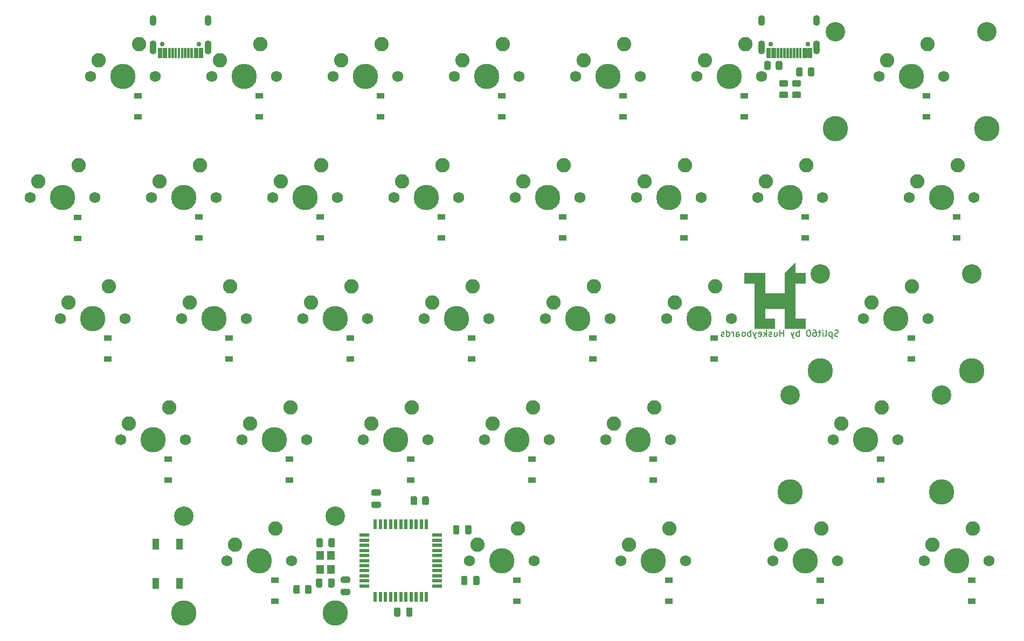
<source format=gbr>
%TF.GenerationSoftware,KiCad,Pcbnew,(5.1.10-1-10_14)*%
%TF.CreationDate,2022-06-17T19:42:32+09:00*%
%TF.ProjectId,pcb-right,7063622d-7269-4676-9874-2e6b69636164,rev?*%
%TF.SameCoordinates,Original*%
%TF.FileFunction,Soldermask,Bot*%
%TF.FilePolarity,Negative*%
%FSLAX46Y46*%
G04 Gerber Fmt 4.6, Leading zero omitted, Abs format (unit mm)*
G04 Created by KiCad (PCBNEW (5.1.10-1-10_14)) date 2022-06-17 19:42:32*
%MOMM*%
%LPD*%
G01*
G04 APERTURE LIST*
%ADD10C,0.150000*%
%ADD11C,0.100000*%
%ADD12C,2.250000*%
%ADD13C,3.987800*%
%ADD14C,1.750000*%
%ADD15C,3.048000*%
%ADD16R,1.200000X1.400000*%
%ADD17C,0.750000*%
%ADD18O,1.100000X2.200000*%
%ADD19O,1.100000X1.700000*%
%ADD20R,1.500000X0.550000*%
%ADD21R,0.550000X1.500000*%
%ADD22R,1.100000X1.800000*%
%ADD23R,1.200000X0.900000*%
G04 APERTURE END LIST*
D10*
X149684226Y-67079761D02*
X149541369Y-67127380D01*
X149303273Y-67127380D01*
X149208035Y-67079761D01*
X149160416Y-67032142D01*
X149112797Y-66936904D01*
X149112797Y-66841666D01*
X149160416Y-66746428D01*
X149208035Y-66698809D01*
X149303273Y-66651190D01*
X149493750Y-66603571D01*
X149588988Y-66555952D01*
X149636607Y-66508333D01*
X149684226Y-66413095D01*
X149684226Y-66317857D01*
X149636607Y-66222619D01*
X149588988Y-66175000D01*
X149493750Y-66127380D01*
X149255654Y-66127380D01*
X149112797Y-66175000D01*
X148684226Y-66460714D02*
X148684226Y-67460714D01*
X148684226Y-66508333D02*
X148588988Y-66460714D01*
X148398511Y-66460714D01*
X148303273Y-66508333D01*
X148255654Y-66555952D01*
X148208035Y-66651190D01*
X148208035Y-66936904D01*
X148255654Y-67032142D01*
X148303273Y-67079761D01*
X148398511Y-67127380D01*
X148588988Y-67127380D01*
X148684226Y-67079761D01*
X147636607Y-67127380D02*
X147731845Y-67079761D01*
X147779464Y-66984523D01*
X147779464Y-66127380D01*
X147255654Y-67127380D02*
X147255654Y-66460714D01*
X147255654Y-66127380D02*
X147303273Y-66175000D01*
X147255654Y-66222619D01*
X147208035Y-66175000D01*
X147255654Y-66127380D01*
X147255654Y-66222619D01*
X146922321Y-66460714D02*
X146541369Y-66460714D01*
X146779464Y-66127380D02*
X146779464Y-66984523D01*
X146731845Y-67079761D01*
X146636607Y-67127380D01*
X146541369Y-67127380D01*
X145779464Y-66127380D02*
X145969940Y-66127380D01*
X146065178Y-66175000D01*
X146112797Y-66222619D01*
X146208035Y-66365476D01*
X146255654Y-66555952D01*
X146255654Y-66936904D01*
X146208035Y-67032142D01*
X146160416Y-67079761D01*
X146065178Y-67127380D01*
X145874702Y-67127380D01*
X145779464Y-67079761D01*
X145731845Y-67032142D01*
X145684226Y-66936904D01*
X145684226Y-66698809D01*
X145731845Y-66603571D01*
X145779464Y-66555952D01*
X145874702Y-66508333D01*
X146065178Y-66508333D01*
X146160416Y-66555952D01*
X146208035Y-66603571D01*
X146255654Y-66698809D01*
X145065178Y-66127380D02*
X144969940Y-66127380D01*
X144874702Y-66175000D01*
X144827083Y-66222619D01*
X144779464Y-66317857D01*
X144731845Y-66508333D01*
X144731845Y-66746428D01*
X144779464Y-66936904D01*
X144827083Y-67032142D01*
X144874702Y-67079761D01*
X144969940Y-67127380D01*
X145065178Y-67127380D01*
X145160416Y-67079761D01*
X145208035Y-67032142D01*
X145255654Y-66936904D01*
X145303273Y-66746428D01*
X145303273Y-66508333D01*
X145255654Y-66317857D01*
X145208035Y-66222619D01*
X145160416Y-66175000D01*
X145065178Y-66127380D01*
X143541369Y-67127380D02*
X143541369Y-66127380D01*
X143541369Y-66508333D02*
X143446130Y-66460714D01*
X143255654Y-66460714D01*
X143160416Y-66508333D01*
X143112797Y-66555952D01*
X143065178Y-66651190D01*
X143065178Y-66936904D01*
X143112797Y-67032142D01*
X143160416Y-67079761D01*
X143255654Y-67127380D01*
X143446130Y-67127380D01*
X143541369Y-67079761D01*
X142731845Y-66460714D02*
X142493750Y-67127380D01*
X142255654Y-66460714D02*
X142493750Y-67127380D01*
X142588988Y-67365476D01*
X142636607Y-67413095D01*
X142731845Y-67460714D01*
X141112797Y-67127380D02*
X141112797Y-66127380D01*
X141112797Y-66603571D02*
X140541369Y-66603571D01*
X140541369Y-67127380D02*
X140541369Y-66127380D01*
X139636607Y-66460714D02*
X139636607Y-67127380D01*
X140065178Y-66460714D02*
X140065178Y-66984523D01*
X140017559Y-67079761D01*
X139922321Y-67127380D01*
X139779464Y-67127380D01*
X139684226Y-67079761D01*
X139636607Y-67032142D01*
X139208035Y-67079761D02*
X139112797Y-67127380D01*
X138922321Y-67127380D01*
X138827083Y-67079761D01*
X138779464Y-66984523D01*
X138779464Y-66936904D01*
X138827083Y-66841666D01*
X138922321Y-66794047D01*
X139065178Y-66794047D01*
X139160416Y-66746428D01*
X139208035Y-66651190D01*
X139208035Y-66603571D01*
X139160416Y-66508333D01*
X139065178Y-66460714D01*
X138922321Y-66460714D01*
X138827083Y-66508333D01*
X138350892Y-67127380D02*
X138350892Y-66127380D01*
X138255654Y-66746428D02*
X137969940Y-67127380D01*
X137969940Y-66460714D02*
X138350892Y-66841666D01*
X137160416Y-67079761D02*
X137255654Y-67127380D01*
X137446130Y-67127380D01*
X137541369Y-67079761D01*
X137588988Y-66984523D01*
X137588988Y-66603571D01*
X137541369Y-66508333D01*
X137446130Y-66460714D01*
X137255654Y-66460714D01*
X137160416Y-66508333D01*
X137112797Y-66603571D01*
X137112797Y-66698809D01*
X137588988Y-66794047D01*
X136779464Y-66460714D02*
X136541369Y-67127380D01*
X136303273Y-66460714D02*
X136541369Y-67127380D01*
X136636607Y-67365476D01*
X136684226Y-67413095D01*
X136779464Y-67460714D01*
X135922321Y-67127380D02*
X135922321Y-66127380D01*
X135922321Y-66508333D02*
X135827083Y-66460714D01*
X135636607Y-66460714D01*
X135541369Y-66508333D01*
X135493750Y-66555952D01*
X135446130Y-66651190D01*
X135446130Y-66936904D01*
X135493750Y-67032142D01*
X135541369Y-67079761D01*
X135636607Y-67127380D01*
X135827083Y-67127380D01*
X135922321Y-67079761D01*
X134874702Y-67127380D02*
X134969940Y-67079761D01*
X135017559Y-67032142D01*
X135065178Y-66936904D01*
X135065178Y-66651190D01*
X135017559Y-66555952D01*
X134969940Y-66508333D01*
X134874702Y-66460714D01*
X134731845Y-66460714D01*
X134636607Y-66508333D01*
X134588988Y-66555952D01*
X134541369Y-66651190D01*
X134541369Y-66936904D01*
X134588988Y-67032142D01*
X134636607Y-67079761D01*
X134731845Y-67127380D01*
X134874702Y-67127380D01*
X133684226Y-67127380D02*
X133684226Y-66603571D01*
X133731845Y-66508333D01*
X133827083Y-66460714D01*
X134017559Y-66460714D01*
X134112797Y-66508333D01*
X133684226Y-67079761D02*
X133779464Y-67127380D01*
X134017559Y-67127380D01*
X134112797Y-67079761D01*
X134160416Y-66984523D01*
X134160416Y-66889285D01*
X134112797Y-66794047D01*
X134017559Y-66746428D01*
X133779464Y-66746428D01*
X133684226Y-66698809D01*
X133208035Y-67127380D02*
X133208035Y-66460714D01*
X133208035Y-66651190D02*
X133160416Y-66555952D01*
X133112797Y-66508333D01*
X133017559Y-66460714D01*
X132922321Y-66460714D01*
X132160416Y-67127380D02*
X132160416Y-66127380D01*
X132160416Y-67079761D02*
X132255654Y-67127380D01*
X132446130Y-67127380D01*
X132541369Y-67079761D01*
X132588988Y-67032142D01*
X132636607Y-66936904D01*
X132636607Y-66651190D01*
X132588988Y-66555952D01*
X132541369Y-66508333D01*
X132446130Y-66460714D01*
X132255654Y-66460714D01*
X132160416Y-66508333D01*
X131731845Y-67079761D02*
X131636607Y-67127380D01*
X131446130Y-67127380D01*
X131350892Y-67079761D01*
X131303273Y-66984523D01*
X131303273Y-66936904D01*
X131350892Y-66841666D01*
X131446130Y-66794047D01*
X131588988Y-66794047D01*
X131684226Y-66746428D01*
X131731845Y-66651190D01*
X131731845Y-66603571D01*
X131684226Y-66508333D01*
X131588988Y-66460714D01*
X131446130Y-66460714D01*
X131350892Y-66508333D01*
D11*
G36*
X142875000Y-57150000D02*
G01*
X144462500Y-57150000D01*
X144462500Y-58737500D01*
X142875000Y-58737500D01*
X142875000Y-64293750D01*
X144462500Y-64293750D01*
X144462500Y-65881250D01*
X141287500Y-65881250D01*
X141287500Y-62706250D01*
X138112500Y-62706250D01*
X138112500Y-64293750D01*
X139700000Y-64293750D01*
X139700000Y-65881250D01*
X136525000Y-65881250D01*
X136525000Y-58737500D01*
X134937500Y-58737500D01*
X134937500Y-57150000D01*
X138112500Y-57150000D01*
X138112500Y-60325000D01*
X141287500Y-60325000D01*
X141287500Y-57150000D01*
X142875000Y-55562500D01*
X142875000Y-57150000D01*
G37*
X142875000Y-57150000D02*
X144462500Y-57150000D01*
X144462500Y-58737500D01*
X142875000Y-58737500D01*
X142875000Y-64293750D01*
X144462500Y-64293750D01*
X144462500Y-65881250D01*
X141287500Y-65881250D01*
X141287500Y-62706250D01*
X138112500Y-62706250D01*
X138112500Y-64293750D01*
X139700000Y-64293750D01*
X139700000Y-65881250D01*
X136525000Y-65881250D01*
X136525000Y-58737500D01*
X134937500Y-58737500D01*
X134937500Y-57150000D01*
X138112500Y-57150000D01*
X138112500Y-60325000D01*
X141287500Y-60325000D01*
X141287500Y-57150000D01*
X142875000Y-55562500D01*
X142875000Y-57150000D01*
D12*
%TO.C,MX25*%
X123190000Y-97313750D03*
D13*
X120650000Y-102393750D03*
D12*
X116840000Y-99853750D03*
D14*
X115570000Y-102393750D03*
X125730000Y-102393750D03*
%TD*%
D12*
%TO.C,MX23*%
X130333750Y-59213750D03*
D13*
X127793750Y-64293750D03*
D12*
X123983750Y-61753750D03*
D14*
X122713750Y-64293750D03*
X132873750Y-64293750D03*
%TD*%
%TO.C,C7*%
G36*
G01*
X81796000Y-110965000D02*
X81796000Y-110015000D01*
G75*
G02*
X82046000Y-109765000I250000J0D01*
G01*
X82546000Y-109765000D01*
G75*
G02*
X82796000Y-110015000I0J-250000D01*
G01*
X82796000Y-110965000D01*
G75*
G02*
X82546000Y-111215000I-250000J0D01*
G01*
X82046000Y-111215000D01*
G75*
G02*
X81796000Y-110965000I0J250000D01*
G01*
G37*
G36*
G01*
X79896000Y-110965000D02*
X79896000Y-110015000D01*
G75*
G02*
X80146000Y-109765000I250000J0D01*
G01*
X80646000Y-109765000D01*
G75*
G02*
X80896000Y-110015000I0J-250000D01*
G01*
X80896000Y-110965000D01*
G75*
G02*
X80646000Y-111215000I-250000J0D01*
G01*
X80146000Y-111215000D01*
G75*
G02*
X79896000Y-110965000I0J250000D01*
G01*
G37*
%TD*%
%TO.C,R8*%
G36*
G01*
X83523500Y-92513999D02*
X83523500Y-93414001D01*
G75*
G02*
X83273501Y-93664000I-249999J0D01*
G01*
X82748499Y-93664000D01*
G75*
G02*
X82498500Y-93414001I0J249999D01*
G01*
X82498500Y-92513999D01*
G75*
G02*
X82748499Y-92264000I249999J0D01*
G01*
X83273501Y-92264000D01*
G75*
G02*
X83523500Y-92513999I0J-249999D01*
G01*
G37*
G36*
G01*
X85348500Y-92513999D02*
X85348500Y-93414001D01*
G75*
G02*
X85098501Y-93664000I-249999J0D01*
G01*
X84573499Y-93664000D01*
G75*
G02*
X84323500Y-93414001I0J249999D01*
G01*
X84323500Y-92513999D01*
G75*
G02*
X84573499Y-92264000I249999J0D01*
G01*
X85098501Y-92264000D01*
G75*
G02*
X85348500Y-92513999I0J-249999D01*
G01*
G37*
%TD*%
D12*
%TO.C,MX32*%
X156527500Y-78263750D03*
D13*
X153987500Y-83343750D03*
D12*
X150177500Y-80803750D03*
D14*
X148907500Y-83343750D03*
X159067500Y-83343750D03*
D15*
X142081250Y-76358750D03*
X165893750Y-76358750D03*
D13*
X142081250Y-91598750D03*
X165893750Y-91598750D03*
%TD*%
D12*
%TO.C,MX33*%
X170815000Y-97313750D03*
D13*
X168275000Y-102393750D03*
D12*
X164465000Y-99853750D03*
D14*
X163195000Y-102393750D03*
X173355000Y-102393750D03*
%TD*%
D12*
%TO.C,MX28*%
X147002500Y-97313750D03*
D13*
X144462500Y-102393750D03*
D12*
X140652500Y-99853750D03*
D14*
X139382500Y-102393750D03*
X149542500Y-102393750D03*
%TD*%
D12*
%TO.C,MX20*%
X99377500Y-97313750D03*
D13*
X96837500Y-102393750D03*
D12*
X93027500Y-99853750D03*
D14*
X91757500Y-102393750D03*
X101917500Y-102393750D03*
%TD*%
D16*
%TO.C,Y1*%
X68277000Y-101600000D03*
X68277000Y-103800000D03*
X69977000Y-103800000D03*
X69977000Y-101600000D03*
%TD*%
%TO.C,USB2*%
G36*
G01*
X49230000Y-23279000D02*
X49230000Y-21829000D01*
G75*
G02*
X49280000Y-21779000I50000J0D01*
G01*
X49880000Y-21779000D01*
G75*
G02*
X49930000Y-21829000I0J-50000D01*
G01*
X49930000Y-23279000D01*
G75*
G02*
X49880000Y-23329000I-50000J0D01*
G01*
X49280000Y-23329000D01*
G75*
G02*
X49230000Y-23279000I0J50000D01*
G01*
G37*
G36*
G01*
X42780000Y-23279000D02*
X42780000Y-21829000D01*
G75*
G02*
X42830000Y-21779000I50000J0D01*
G01*
X43430000Y-21779000D01*
G75*
G02*
X43480000Y-21829000I0J-50000D01*
G01*
X43480000Y-23279000D01*
G75*
G02*
X43430000Y-23329000I-50000J0D01*
G01*
X42830000Y-23329000D01*
G75*
G02*
X42780000Y-23279000I0J50000D01*
G01*
G37*
G36*
G01*
X48455000Y-23279000D02*
X48455000Y-21829000D01*
G75*
G02*
X48505000Y-21779000I50000J0D01*
G01*
X49105000Y-21779000D01*
G75*
G02*
X49155000Y-21829000I0J-50000D01*
G01*
X49155000Y-23279000D01*
G75*
G02*
X49105000Y-23329000I-50000J0D01*
G01*
X48505000Y-23329000D01*
G75*
G02*
X48455000Y-23279000I0J50000D01*
G01*
G37*
G36*
G01*
X43555000Y-23279000D02*
X43555000Y-21829000D01*
G75*
G02*
X43605000Y-21779000I50000J0D01*
G01*
X44205000Y-21779000D01*
G75*
G02*
X44255000Y-21829000I0J-50000D01*
G01*
X44255000Y-23279000D01*
G75*
G02*
X44205000Y-23329000I-50000J0D01*
G01*
X43605000Y-23329000D01*
G75*
G02*
X43555000Y-23279000I0J50000D01*
G01*
G37*
G36*
G01*
X44405000Y-23279000D02*
X44405000Y-21829000D01*
G75*
G02*
X44455000Y-21779000I50000J0D01*
G01*
X44755000Y-21779000D01*
G75*
G02*
X44805000Y-21829000I0J-50000D01*
G01*
X44805000Y-23279000D01*
G75*
G02*
X44755000Y-23329000I-50000J0D01*
G01*
X44455000Y-23329000D01*
G75*
G02*
X44405000Y-23279000I0J50000D01*
G01*
G37*
G36*
G01*
X47905000Y-23279000D02*
X47905000Y-21829000D01*
G75*
G02*
X47955000Y-21779000I50000J0D01*
G01*
X48255000Y-21779000D01*
G75*
G02*
X48305000Y-21829000I0J-50000D01*
G01*
X48305000Y-23279000D01*
G75*
G02*
X48255000Y-23329000I-50000J0D01*
G01*
X47955000Y-23329000D01*
G75*
G02*
X47905000Y-23279000I0J50000D01*
G01*
G37*
G36*
G01*
X44905000Y-23279000D02*
X44905000Y-21829000D01*
G75*
G02*
X44955000Y-21779000I50000J0D01*
G01*
X45255000Y-21779000D01*
G75*
G02*
X45305000Y-21829000I0J-50000D01*
G01*
X45305000Y-23279000D01*
G75*
G02*
X45255000Y-23329000I-50000J0D01*
G01*
X44955000Y-23329000D01*
G75*
G02*
X44905000Y-23279000I0J50000D01*
G01*
G37*
G36*
G01*
X47405000Y-23279000D02*
X47405000Y-21829000D01*
G75*
G02*
X47455000Y-21779000I50000J0D01*
G01*
X47755000Y-21779000D01*
G75*
G02*
X47805000Y-21829000I0J-50000D01*
G01*
X47805000Y-23279000D01*
G75*
G02*
X47755000Y-23329000I-50000J0D01*
G01*
X47455000Y-23329000D01*
G75*
G02*
X47405000Y-23279000I0J50000D01*
G01*
G37*
G36*
G01*
X45405000Y-23279000D02*
X45405000Y-21829000D01*
G75*
G02*
X45455000Y-21779000I50000J0D01*
G01*
X45755000Y-21779000D01*
G75*
G02*
X45805000Y-21829000I0J-50000D01*
G01*
X45805000Y-23279000D01*
G75*
G02*
X45755000Y-23329000I-50000J0D01*
G01*
X45455000Y-23329000D01*
G75*
G02*
X45405000Y-23279000I0J50000D01*
G01*
G37*
G36*
G01*
X46905000Y-23279000D02*
X46905000Y-21829000D01*
G75*
G02*
X46955000Y-21779000I50000J0D01*
G01*
X47255000Y-21779000D01*
G75*
G02*
X47305000Y-21829000I0J-50000D01*
G01*
X47305000Y-23279000D01*
G75*
G02*
X47255000Y-23329000I-50000J0D01*
G01*
X46955000Y-23329000D01*
G75*
G02*
X46905000Y-23279000I0J50000D01*
G01*
G37*
G36*
G01*
X46405000Y-23279000D02*
X46405000Y-21829000D01*
G75*
G02*
X46455000Y-21779000I50000J0D01*
G01*
X46755000Y-21779000D01*
G75*
G02*
X46805000Y-21829000I0J-50000D01*
G01*
X46805000Y-23279000D01*
G75*
G02*
X46755000Y-23329000I-50000J0D01*
G01*
X46455000Y-23329000D01*
G75*
G02*
X46405000Y-23279000I0J50000D01*
G01*
G37*
G36*
G01*
X45905000Y-23279000D02*
X45905000Y-21829000D01*
G75*
G02*
X45955000Y-21779000I50000J0D01*
G01*
X46255000Y-21779000D01*
G75*
G02*
X46305000Y-21829000I0J-50000D01*
G01*
X46305000Y-23279000D01*
G75*
G02*
X46255000Y-23329000I-50000J0D01*
G01*
X45955000Y-23329000D01*
G75*
G02*
X45905000Y-23279000I0J50000D01*
G01*
G37*
D17*
X49245000Y-21109000D03*
X43465000Y-21109000D03*
D18*
X42035000Y-21639000D03*
X50675000Y-21639000D03*
D19*
X42035000Y-17459000D03*
X50675000Y-17459000D03*
%TD*%
%TO.C,USB1*%
G36*
G01*
X144861000Y-23279000D02*
X144861000Y-21829000D01*
G75*
G02*
X144911000Y-21779000I50000J0D01*
G01*
X145511000Y-21779000D01*
G75*
G02*
X145561000Y-21829000I0J-50000D01*
G01*
X145561000Y-23279000D01*
G75*
G02*
X145511000Y-23329000I-50000J0D01*
G01*
X144911000Y-23329000D01*
G75*
G02*
X144861000Y-23279000I0J50000D01*
G01*
G37*
G36*
G01*
X138411000Y-23279000D02*
X138411000Y-21829000D01*
G75*
G02*
X138461000Y-21779000I50000J0D01*
G01*
X139061000Y-21779000D01*
G75*
G02*
X139111000Y-21829000I0J-50000D01*
G01*
X139111000Y-23279000D01*
G75*
G02*
X139061000Y-23329000I-50000J0D01*
G01*
X138461000Y-23329000D01*
G75*
G02*
X138411000Y-23279000I0J50000D01*
G01*
G37*
G36*
G01*
X144086000Y-23279000D02*
X144086000Y-21829000D01*
G75*
G02*
X144136000Y-21779000I50000J0D01*
G01*
X144736000Y-21779000D01*
G75*
G02*
X144786000Y-21829000I0J-50000D01*
G01*
X144786000Y-23279000D01*
G75*
G02*
X144736000Y-23329000I-50000J0D01*
G01*
X144136000Y-23329000D01*
G75*
G02*
X144086000Y-23279000I0J50000D01*
G01*
G37*
G36*
G01*
X139186000Y-23279000D02*
X139186000Y-21829000D01*
G75*
G02*
X139236000Y-21779000I50000J0D01*
G01*
X139836000Y-21779000D01*
G75*
G02*
X139886000Y-21829000I0J-50000D01*
G01*
X139886000Y-23279000D01*
G75*
G02*
X139836000Y-23329000I-50000J0D01*
G01*
X139236000Y-23329000D01*
G75*
G02*
X139186000Y-23279000I0J50000D01*
G01*
G37*
G36*
G01*
X140036000Y-23279000D02*
X140036000Y-21829000D01*
G75*
G02*
X140086000Y-21779000I50000J0D01*
G01*
X140386000Y-21779000D01*
G75*
G02*
X140436000Y-21829000I0J-50000D01*
G01*
X140436000Y-23279000D01*
G75*
G02*
X140386000Y-23329000I-50000J0D01*
G01*
X140086000Y-23329000D01*
G75*
G02*
X140036000Y-23279000I0J50000D01*
G01*
G37*
G36*
G01*
X143536000Y-23279000D02*
X143536000Y-21829000D01*
G75*
G02*
X143586000Y-21779000I50000J0D01*
G01*
X143886000Y-21779000D01*
G75*
G02*
X143936000Y-21829000I0J-50000D01*
G01*
X143936000Y-23279000D01*
G75*
G02*
X143886000Y-23329000I-50000J0D01*
G01*
X143586000Y-23329000D01*
G75*
G02*
X143536000Y-23279000I0J50000D01*
G01*
G37*
G36*
G01*
X140536000Y-23279000D02*
X140536000Y-21829000D01*
G75*
G02*
X140586000Y-21779000I50000J0D01*
G01*
X140886000Y-21779000D01*
G75*
G02*
X140936000Y-21829000I0J-50000D01*
G01*
X140936000Y-23279000D01*
G75*
G02*
X140886000Y-23329000I-50000J0D01*
G01*
X140586000Y-23329000D01*
G75*
G02*
X140536000Y-23279000I0J50000D01*
G01*
G37*
G36*
G01*
X143036000Y-23279000D02*
X143036000Y-21829000D01*
G75*
G02*
X143086000Y-21779000I50000J0D01*
G01*
X143386000Y-21779000D01*
G75*
G02*
X143436000Y-21829000I0J-50000D01*
G01*
X143436000Y-23279000D01*
G75*
G02*
X143386000Y-23329000I-50000J0D01*
G01*
X143086000Y-23329000D01*
G75*
G02*
X143036000Y-23279000I0J50000D01*
G01*
G37*
G36*
G01*
X141036000Y-23279000D02*
X141036000Y-21829000D01*
G75*
G02*
X141086000Y-21779000I50000J0D01*
G01*
X141386000Y-21779000D01*
G75*
G02*
X141436000Y-21829000I0J-50000D01*
G01*
X141436000Y-23279000D01*
G75*
G02*
X141386000Y-23329000I-50000J0D01*
G01*
X141086000Y-23329000D01*
G75*
G02*
X141036000Y-23279000I0J50000D01*
G01*
G37*
G36*
G01*
X142536000Y-23279000D02*
X142536000Y-21829000D01*
G75*
G02*
X142586000Y-21779000I50000J0D01*
G01*
X142886000Y-21779000D01*
G75*
G02*
X142936000Y-21829000I0J-50000D01*
G01*
X142936000Y-23279000D01*
G75*
G02*
X142886000Y-23329000I-50000J0D01*
G01*
X142586000Y-23329000D01*
G75*
G02*
X142536000Y-23279000I0J50000D01*
G01*
G37*
G36*
G01*
X142036000Y-23279000D02*
X142036000Y-21829000D01*
G75*
G02*
X142086000Y-21779000I50000J0D01*
G01*
X142386000Y-21779000D01*
G75*
G02*
X142436000Y-21829000I0J-50000D01*
G01*
X142436000Y-23279000D01*
G75*
G02*
X142386000Y-23329000I-50000J0D01*
G01*
X142086000Y-23329000D01*
G75*
G02*
X142036000Y-23279000I0J50000D01*
G01*
G37*
G36*
G01*
X141536000Y-23279000D02*
X141536000Y-21829000D01*
G75*
G02*
X141586000Y-21779000I50000J0D01*
G01*
X141886000Y-21779000D01*
G75*
G02*
X141936000Y-21829000I0J-50000D01*
G01*
X141936000Y-23279000D01*
G75*
G02*
X141886000Y-23329000I-50000J0D01*
G01*
X141586000Y-23329000D01*
G75*
G02*
X141536000Y-23279000I0J50000D01*
G01*
G37*
D17*
X144876000Y-21109000D03*
X139096000Y-21109000D03*
D18*
X137666000Y-21639000D03*
X146306000Y-21639000D03*
D19*
X137666000Y-17459000D03*
X146306000Y-17459000D03*
%TD*%
D20*
%TO.C,U1*%
X86662500Y-106393750D03*
X86662500Y-105593750D03*
X86662500Y-104793750D03*
X86662500Y-103993750D03*
X86662500Y-103193750D03*
X86662500Y-102393750D03*
X86662500Y-101593750D03*
X86662500Y-100793750D03*
X86662500Y-99993750D03*
X86662500Y-99193750D03*
X86662500Y-98393750D03*
D21*
X84962500Y-96693750D03*
X84162500Y-96693750D03*
X83362500Y-96693750D03*
X82562500Y-96693750D03*
X81762500Y-96693750D03*
X80962500Y-96693750D03*
X80162500Y-96693750D03*
X79362500Y-96693750D03*
X78562500Y-96693750D03*
X77762500Y-96693750D03*
X76962500Y-96693750D03*
D20*
X75262500Y-98393750D03*
X75262500Y-99193750D03*
X75262500Y-99993750D03*
X75262500Y-100793750D03*
X75262500Y-101593750D03*
X75262500Y-102393750D03*
X75262500Y-103193750D03*
X75262500Y-103993750D03*
X75262500Y-104793750D03*
X75262500Y-105593750D03*
X75262500Y-106393750D03*
D21*
X76962500Y-108093750D03*
X77762500Y-108093750D03*
X78562500Y-108093750D03*
X79362500Y-108093750D03*
X80162500Y-108093750D03*
X80962500Y-108093750D03*
X81762500Y-108093750D03*
X82562500Y-108093750D03*
X83362500Y-108093750D03*
X84162500Y-108093750D03*
X84962500Y-108093750D03*
%TD*%
D22*
%TO.C,SW1*%
X42473000Y-105970000D03*
X46173000Y-99770000D03*
X46173000Y-105970000D03*
X42473000Y-99770000D03*
%TD*%
%TO.C,R7*%
G36*
G01*
X65108500Y-106483999D02*
X65108500Y-107384001D01*
G75*
G02*
X64858501Y-107634000I-249999J0D01*
G01*
X64333499Y-107634000D01*
G75*
G02*
X64083500Y-107384001I0J249999D01*
G01*
X64083500Y-106483999D01*
G75*
G02*
X64333499Y-106234000I249999J0D01*
G01*
X64858501Y-106234000D01*
G75*
G02*
X65108500Y-106483999I0J-249999D01*
G01*
G37*
G36*
G01*
X66933500Y-106483999D02*
X66933500Y-107384001D01*
G75*
G02*
X66683501Y-107634000I-249999J0D01*
G01*
X66158499Y-107634000D01*
G75*
G02*
X65908500Y-107384001I0J249999D01*
G01*
X65908500Y-106483999D01*
G75*
G02*
X66158499Y-106234000I249999J0D01*
G01*
X66683501Y-106234000D01*
G75*
G02*
X66933500Y-106483999I0J-249999D01*
G01*
G37*
%TD*%
%TO.C,R6*%
G36*
G01*
X143579001Y-27817500D02*
X142678999Y-27817500D01*
G75*
G02*
X142429000Y-27567501I0J249999D01*
G01*
X142429000Y-27042499D01*
G75*
G02*
X142678999Y-26792500I249999J0D01*
G01*
X143579001Y-26792500D01*
G75*
G02*
X143829000Y-27042499I0J-249999D01*
G01*
X143829000Y-27567501D01*
G75*
G02*
X143579001Y-27817500I-249999J0D01*
G01*
G37*
G36*
G01*
X143579001Y-29642500D02*
X142678999Y-29642500D01*
G75*
G02*
X142429000Y-29392501I0J249999D01*
G01*
X142429000Y-28867499D01*
G75*
G02*
X142678999Y-28617500I249999J0D01*
G01*
X143579001Y-28617500D01*
G75*
G02*
X143829000Y-28867499I0J-249999D01*
G01*
X143829000Y-29392501D01*
G75*
G02*
X143579001Y-29642500I-249999J0D01*
G01*
G37*
%TD*%
%TO.C,R5*%
G36*
G01*
X141547001Y-27817500D02*
X140646999Y-27817500D01*
G75*
G02*
X140397000Y-27567501I0J249999D01*
G01*
X140397000Y-27042499D01*
G75*
G02*
X140646999Y-26792500I249999J0D01*
G01*
X141547001Y-26792500D01*
G75*
G02*
X141797000Y-27042499I0J-249999D01*
G01*
X141797000Y-27567501D01*
G75*
G02*
X141547001Y-27817500I-249999J0D01*
G01*
G37*
G36*
G01*
X141547001Y-29642500D02*
X140646999Y-29642500D01*
G75*
G02*
X140397000Y-29392501I0J249999D01*
G01*
X140397000Y-28867499D01*
G75*
G02*
X140646999Y-28617500I249999J0D01*
G01*
X141547001Y-28617500D01*
G75*
G02*
X141797000Y-28867499I0J-249999D01*
G01*
X141797000Y-29392501D01*
G75*
G02*
X141547001Y-29642500I-249999J0D01*
G01*
G37*
%TD*%
%TO.C,R2*%
G36*
G01*
X144102500Y-25076999D02*
X144102500Y-25977001D01*
G75*
G02*
X143852501Y-26227000I-249999J0D01*
G01*
X143327499Y-26227000D01*
G75*
G02*
X143077500Y-25977001I0J249999D01*
G01*
X143077500Y-25076999D01*
G75*
G02*
X143327499Y-24827000I249999J0D01*
G01*
X143852501Y-24827000D01*
G75*
G02*
X144102500Y-25076999I0J-249999D01*
G01*
G37*
G36*
G01*
X145927500Y-25076999D02*
X145927500Y-25977001D01*
G75*
G02*
X145677501Y-26227000I-249999J0D01*
G01*
X145152499Y-26227000D01*
G75*
G02*
X144902500Y-25977001I0J249999D01*
G01*
X144902500Y-25076999D01*
G75*
G02*
X145152499Y-24827000I249999J0D01*
G01*
X145677501Y-24827000D01*
G75*
G02*
X145927500Y-25076999I0J-249999D01*
G01*
G37*
%TD*%
%TO.C,R1*%
G36*
G01*
X139869500Y-24961001D02*
X139869500Y-24060999D01*
G75*
G02*
X140119499Y-23811000I249999J0D01*
G01*
X140644501Y-23811000D01*
G75*
G02*
X140894500Y-24060999I0J-249999D01*
G01*
X140894500Y-24961001D01*
G75*
G02*
X140644501Y-25211000I-249999J0D01*
G01*
X140119499Y-25211000D01*
G75*
G02*
X139869500Y-24961001I0J249999D01*
G01*
G37*
G36*
G01*
X138044500Y-24961001D02*
X138044500Y-24060999D01*
G75*
G02*
X138294499Y-23811000I249999J0D01*
G01*
X138819501Y-23811000D01*
G75*
G02*
X139069500Y-24060999I0J-249999D01*
G01*
X139069500Y-24961001D01*
G75*
G02*
X138819501Y-25211000I-249999J0D01*
G01*
X138294499Y-25211000D01*
G75*
G02*
X138044500Y-24961001I0J249999D01*
G01*
G37*
%TD*%
D12*
%TO.C,MX31*%
X161290000Y-59213750D03*
D13*
X158750000Y-64293750D03*
D12*
X154940000Y-61753750D03*
D14*
X153670000Y-64293750D03*
X163830000Y-64293750D03*
D15*
X146843750Y-57308750D03*
X170656250Y-57308750D03*
D13*
X146843750Y-72548750D03*
X170656250Y-72548750D03*
%TD*%
D12*
%TO.C,MX30*%
X168433750Y-40163750D03*
D13*
X165893750Y-45243750D03*
D12*
X162083750Y-42703750D03*
D14*
X160813750Y-45243750D03*
X170973750Y-45243750D03*
%TD*%
D12*
%TO.C,MX29*%
X163671250Y-21113750D03*
D13*
X161131250Y-26193750D03*
D12*
X157321250Y-23653750D03*
D14*
X156051250Y-26193750D03*
X166211250Y-26193750D03*
D15*
X149225000Y-19208750D03*
X173037500Y-19208750D03*
D13*
X149225000Y-34448750D03*
X173037500Y-34448750D03*
%TD*%
D12*
%TO.C,MX27*%
X144621250Y-40163750D03*
D13*
X142081250Y-45243750D03*
D12*
X138271250Y-42703750D03*
D14*
X137001250Y-45243750D03*
X147161250Y-45243750D03*
%TD*%
D12*
%TO.C,MX26*%
X135096250Y-21113750D03*
D13*
X132556250Y-26193750D03*
D12*
X128746250Y-23653750D03*
D14*
X127476250Y-26193750D03*
X137636250Y-26193750D03*
%TD*%
D12*
%TO.C,MX24*%
X120808750Y-78263750D03*
D13*
X118268750Y-83343750D03*
D12*
X114458750Y-80803750D03*
D14*
X113188750Y-83343750D03*
X123348750Y-83343750D03*
%TD*%
D12*
%TO.C,MX22*%
X125571250Y-40163750D03*
D13*
X123031250Y-45243750D03*
D12*
X119221250Y-42703750D03*
D14*
X117951250Y-45243750D03*
X128111250Y-45243750D03*
%TD*%
D12*
%TO.C,MX21*%
X116046250Y-21113750D03*
D13*
X113506250Y-26193750D03*
D12*
X109696250Y-23653750D03*
D14*
X108426250Y-26193750D03*
X118586250Y-26193750D03*
%TD*%
D12*
%TO.C,MX19*%
X101758750Y-78263750D03*
D13*
X99218750Y-83343750D03*
D12*
X95408750Y-80803750D03*
D14*
X94138750Y-83343750D03*
X104298750Y-83343750D03*
%TD*%
D12*
%TO.C,MX18*%
X111283750Y-59213750D03*
D13*
X108743750Y-64293750D03*
D12*
X104933750Y-61753750D03*
D14*
X103663750Y-64293750D03*
X113823750Y-64293750D03*
%TD*%
D12*
%TO.C,MX17*%
X106521250Y-40163750D03*
D13*
X103981250Y-45243750D03*
D12*
X100171250Y-42703750D03*
D14*
X98901250Y-45243750D03*
X109061250Y-45243750D03*
%TD*%
D12*
%TO.C,MX16*%
X96996250Y-21113750D03*
D13*
X94456250Y-26193750D03*
D12*
X90646250Y-23653750D03*
D14*
X89376250Y-26193750D03*
X99536250Y-26193750D03*
%TD*%
D12*
%TO.C,MX15*%
X82708750Y-78263750D03*
D13*
X80168750Y-83343750D03*
D12*
X76358750Y-80803750D03*
D14*
X75088750Y-83343750D03*
X85248750Y-83343750D03*
%TD*%
D12*
%TO.C,MX14*%
X92233750Y-59213750D03*
D13*
X89693750Y-64293750D03*
D12*
X85883750Y-61753750D03*
D14*
X84613750Y-64293750D03*
X94773750Y-64293750D03*
%TD*%
D12*
%TO.C,MX13*%
X87471250Y-40163750D03*
D13*
X84931250Y-45243750D03*
D12*
X81121250Y-42703750D03*
D14*
X79851250Y-45243750D03*
X90011250Y-45243750D03*
%TD*%
D12*
%TO.C,MX12*%
X77946250Y-21113750D03*
D13*
X75406250Y-26193750D03*
D12*
X71596250Y-23653750D03*
D14*
X70326250Y-26193750D03*
X80486250Y-26193750D03*
%TD*%
D12*
%TO.C,MX11*%
X61277500Y-97313750D03*
D13*
X58737500Y-102393750D03*
D12*
X54927500Y-99853750D03*
D14*
X53657500Y-102393750D03*
X63817500Y-102393750D03*
D15*
X46831250Y-95408750D03*
X70643750Y-95408750D03*
D13*
X46831250Y-110648750D03*
X70643750Y-110648750D03*
%TD*%
D12*
%TO.C,MX10*%
X63658750Y-78263750D03*
D13*
X61118750Y-83343750D03*
D12*
X57308750Y-80803750D03*
D14*
X56038750Y-83343750D03*
X66198750Y-83343750D03*
%TD*%
D12*
%TO.C,MX9*%
X73183750Y-59213750D03*
D13*
X70643750Y-64293750D03*
D12*
X66833750Y-61753750D03*
D14*
X65563750Y-64293750D03*
X75723750Y-64293750D03*
%TD*%
D12*
%TO.C,MX8*%
X68421250Y-40163750D03*
D13*
X65881250Y-45243750D03*
D12*
X62071250Y-42703750D03*
D14*
X60801250Y-45243750D03*
X70961250Y-45243750D03*
%TD*%
D12*
%TO.C,MX7*%
X58896250Y-21113750D03*
D13*
X56356250Y-26193750D03*
D12*
X52546250Y-23653750D03*
D14*
X51276250Y-26193750D03*
X61436250Y-26193750D03*
%TD*%
D12*
%TO.C,MX6*%
X44608750Y-78263750D03*
D13*
X42068750Y-83343750D03*
D12*
X38258750Y-80803750D03*
D14*
X36988750Y-83343750D03*
X47148750Y-83343750D03*
%TD*%
D12*
%TO.C,MX5*%
X54133750Y-59213750D03*
D13*
X51593750Y-64293750D03*
D12*
X47783750Y-61753750D03*
D14*
X46513750Y-64293750D03*
X56673750Y-64293750D03*
%TD*%
D12*
%TO.C,MX4*%
X49371250Y-40163750D03*
D13*
X46831250Y-45243750D03*
D12*
X43021250Y-42703750D03*
D14*
X41751250Y-45243750D03*
X51911250Y-45243750D03*
%TD*%
D12*
%TO.C,MX3*%
X39846250Y-21113750D03*
D13*
X37306250Y-26193750D03*
D12*
X33496250Y-23653750D03*
D14*
X32226250Y-26193750D03*
X42386250Y-26193750D03*
%TD*%
D12*
%TO.C,MX2*%
X35083750Y-59213750D03*
D13*
X32543750Y-64293750D03*
D12*
X28733750Y-61753750D03*
D14*
X27463750Y-64293750D03*
X37623750Y-64293750D03*
%TD*%
D12*
%TO.C,MX1*%
X30321250Y-40163750D03*
D13*
X27781250Y-45243750D03*
D12*
X23971250Y-42703750D03*
D14*
X22701250Y-45243750D03*
X32861250Y-45243750D03*
%TD*%
D23*
%TO.C,D33*%
X170656250Y-105506250D03*
X170656250Y-108806250D03*
%TD*%
%TO.C,D32*%
X156368750Y-86456250D03*
X156368750Y-89756250D03*
%TD*%
%TO.C,D31*%
X161131250Y-67406250D03*
X161131250Y-70706250D03*
%TD*%
%TO.C,D30*%
X168275000Y-48356250D03*
X168275000Y-51656250D03*
%TD*%
%TO.C,D29*%
X163512500Y-29306250D03*
X163512500Y-32606250D03*
%TD*%
%TO.C,D28*%
X146843750Y-105506250D03*
X146843750Y-108806250D03*
%TD*%
%TO.C,D27*%
X144462500Y-48356250D03*
X144462500Y-51656250D03*
%TD*%
%TO.C,D26*%
X134937500Y-29306250D03*
X134937500Y-32606250D03*
%TD*%
%TO.C,D25*%
X123031250Y-105506250D03*
X123031250Y-108806250D03*
%TD*%
%TO.C,D24*%
X120650000Y-86456250D03*
X120650000Y-89756250D03*
%TD*%
%TO.C,D23*%
X130175000Y-67406250D03*
X130175000Y-70706250D03*
%TD*%
%TO.C,D22*%
X125412500Y-48356250D03*
X125412500Y-51656250D03*
%TD*%
%TO.C,D21*%
X115887500Y-29306250D03*
X115887500Y-32606250D03*
%TD*%
%TO.C,D20*%
X99218750Y-105506250D03*
X99218750Y-108806250D03*
%TD*%
%TO.C,D19*%
X101600000Y-86456250D03*
X101600000Y-89756250D03*
%TD*%
%TO.C,D18*%
X111125000Y-67406250D03*
X111125000Y-70706250D03*
%TD*%
%TO.C,D17*%
X106362500Y-48356250D03*
X106362500Y-51656250D03*
%TD*%
%TO.C,D16*%
X96837500Y-29306250D03*
X96837500Y-32606250D03*
%TD*%
%TO.C,D15*%
X82550000Y-86456250D03*
X82550000Y-89756250D03*
%TD*%
%TO.C,D14*%
X92075000Y-67406250D03*
X92075000Y-70706250D03*
%TD*%
%TO.C,D13*%
X87312500Y-48356250D03*
X87312500Y-51656250D03*
%TD*%
%TO.C,D12*%
X77787500Y-29306250D03*
X77787500Y-32606250D03*
%TD*%
%TO.C,D11*%
X61181250Y-105506250D03*
X61181250Y-108806250D03*
%TD*%
%TO.C,D10*%
X63500000Y-86456250D03*
X63500000Y-89756250D03*
%TD*%
%TO.C,D9*%
X73025000Y-67406250D03*
X73025000Y-70706250D03*
%TD*%
%TO.C,D8*%
X68262500Y-48356250D03*
X68262500Y-51656250D03*
%TD*%
%TO.C,D7*%
X58737500Y-29306250D03*
X58737500Y-32606250D03*
%TD*%
%TO.C,D6*%
X44450000Y-86456250D03*
X44450000Y-89756250D03*
%TD*%
%TO.C,D5*%
X53975000Y-67406250D03*
X53975000Y-70706250D03*
%TD*%
%TO.C,D4*%
X49212500Y-48356250D03*
X49212500Y-51656250D03*
%TD*%
%TO.C,D3*%
X39687500Y-29306250D03*
X39687500Y-32606250D03*
%TD*%
%TO.C,D2*%
X34925000Y-67406250D03*
X34925000Y-70706250D03*
%TD*%
%TO.C,D1*%
X30162500Y-48418750D03*
X30162500Y-51718750D03*
%TD*%
%TO.C,C6*%
G36*
G01*
X69538000Y-106393000D02*
X69538000Y-105443000D01*
G75*
G02*
X69788000Y-105193000I250000J0D01*
G01*
X70288000Y-105193000D01*
G75*
G02*
X70538000Y-105443000I0J-250000D01*
G01*
X70538000Y-106393000D01*
G75*
G02*
X70288000Y-106643000I-250000J0D01*
G01*
X69788000Y-106643000D01*
G75*
G02*
X69538000Y-106393000I0J250000D01*
G01*
G37*
G36*
G01*
X67638000Y-106393000D02*
X67638000Y-105443000D01*
G75*
G02*
X67888000Y-105193000I250000J0D01*
G01*
X68388000Y-105193000D01*
G75*
G02*
X68638000Y-105443000I0J-250000D01*
G01*
X68638000Y-106393000D01*
G75*
G02*
X68388000Y-106643000I-250000J0D01*
G01*
X67888000Y-106643000D01*
G75*
G02*
X67638000Y-106393000I0J250000D01*
G01*
G37*
%TD*%
%TO.C,C5*%
G36*
G01*
X68699000Y-99093000D02*
X68699000Y-100043000D01*
G75*
G02*
X68449000Y-100293000I-250000J0D01*
G01*
X67949000Y-100293000D01*
G75*
G02*
X67699000Y-100043000I0J250000D01*
G01*
X67699000Y-99093000D01*
G75*
G02*
X67949000Y-98843000I250000J0D01*
G01*
X68449000Y-98843000D01*
G75*
G02*
X68699000Y-99093000I0J-250000D01*
G01*
G37*
G36*
G01*
X70599000Y-99093000D02*
X70599000Y-100043000D01*
G75*
G02*
X70349000Y-100293000I-250000J0D01*
G01*
X69849000Y-100293000D01*
G75*
G02*
X69599000Y-100043000I0J250000D01*
G01*
X69599000Y-99093000D01*
G75*
G02*
X69849000Y-98843000I250000J0D01*
G01*
X70349000Y-98843000D01*
G75*
G02*
X70599000Y-99093000I0J-250000D01*
G01*
G37*
%TD*%
%TO.C,C4*%
G36*
G01*
X76614000Y-93099000D02*
X77564000Y-93099000D01*
G75*
G02*
X77814000Y-93349000I0J-250000D01*
G01*
X77814000Y-93849000D01*
G75*
G02*
X77564000Y-94099000I-250000J0D01*
G01*
X76614000Y-94099000D01*
G75*
G02*
X76364000Y-93849000I0J250000D01*
G01*
X76364000Y-93349000D01*
G75*
G02*
X76614000Y-93099000I250000J0D01*
G01*
G37*
G36*
G01*
X76614000Y-91199000D02*
X77564000Y-91199000D01*
G75*
G02*
X77814000Y-91449000I0J-250000D01*
G01*
X77814000Y-91949000D01*
G75*
G02*
X77564000Y-92199000I-250000J0D01*
G01*
X76614000Y-92199000D01*
G75*
G02*
X76364000Y-91949000I0J250000D01*
G01*
X76364000Y-91449000D01*
G75*
G02*
X76614000Y-91199000I250000J0D01*
G01*
G37*
%TD*%
%TO.C,C3*%
G36*
G01*
X72738000Y-105910000D02*
X71788000Y-105910000D01*
G75*
G02*
X71538000Y-105660000I0J250000D01*
G01*
X71538000Y-105160000D01*
G75*
G02*
X71788000Y-104910000I250000J0D01*
G01*
X72738000Y-104910000D01*
G75*
G02*
X72988000Y-105160000I0J-250000D01*
G01*
X72988000Y-105660000D01*
G75*
G02*
X72738000Y-105910000I-250000J0D01*
G01*
G37*
G36*
G01*
X72738000Y-107810000D02*
X71788000Y-107810000D01*
G75*
G02*
X71538000Y-107560000I0J250000D01*
G01*
X71538000Y-107060000D01*
G75*
G02*
X71788000Y-106810000I250000J0D01*
G01*
X72738000Y-106810000D01*
G75*
G02*
X72988000Y-107060000I0J-250000D01*
G01*
X72988000Y-107560000D01*
G75*
G02*
X72738000Y-107810000I-250000J0D01*
G01*
G37*
%TD*%
%TO.C,C2*%
G36*
G01*
X91062000Y-98011000D02*
X91062000Y-97061000D01*
G75*
G02*
X91312000Y-96811000I250000J0D01*
G01*
X91812000Y-96811000D01*
G75*
G02*
X92062000Y-97061000I0J-250000D01*
G01*
X92062000Y-98011000D01*
G75*
G02*
X91812000Y-98261000I-250000J0D01*
G01*
X91312000Y-98261000D01*
G75*
G02*
X91062000Y-98011000I0J250000D01*
G01*
G37*
G36*
G01*
X89162000Y-98011000D02*
X89162000Y-97061000D01*
G75*
G02*
X89412000Y-96811000I250000J0D01*
G01*
X89912000Y-96811000D01*
G75*
G02*
X90162000Y-97061000I0J-250000D01*
G01*
X90162000Y-98011000D01*
G75*
G02*
X89912000Y-98261000I-250000J0D01*
G01*
X89412000Y-98261000D01*
G75*
G02*
X89162000Y-98011000I0J250000D01*
G01*
G37*
%TD*%
%TO.C,C1*%
G36*
G01*
X91432000Y-105062000D02*
X91432000Y-106012000D01*
G75*
G02*
X91182000Y-106262000I-250000J0D01*
G01*
X90682000Y-106262000D01*
G75*
G02*
X90432000Y-106012000I0J250000D01*
G01*
X90432000Y-105062000D01*
G75*
G02*
X90682000Y-104812000I250000J0D01*
G01*
X91182000Y-104812000D01*
G75*
G02*
X91432000Y-105062000I0J-250000D01*
G01*
G37*
G36*
G01*
X93332000Y-105062000D02*
X93332000Y-106012000D01*
G75*
G02*
X93082000Y-106262000I-250000J0D01*
G01*
X92582000Y-106262000D01*
G75*
G02*
X92332000Y-106012000I0J250000D01*
G01*
X92332000Y-105062000D01*
G75*
G02*
X92582000Y-104812000I250000J0D01*
G01*
X93082000Y-104812000D01*
G75*
G02*
X93332000Y-105062000I0J-250000D01*
G01*
G37*
%TD*%
M02*

</source>
